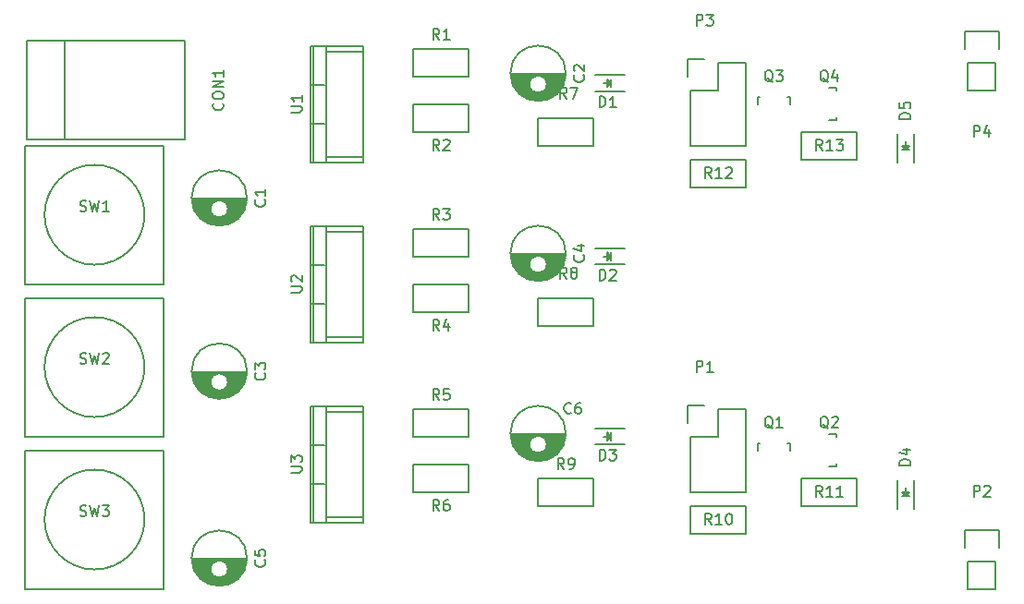
<source format=gbr>
G04 #@! TF.FileFunction,Legend,Top*
%FSLAX46Y46*%
G04 Gerber Fmt 4.6, Leading zero omitted, Abs format (unit mm)*
G04 Created by KiCad (PCBNEW 4.0.2-stable) date 2016-04-17 11:37:32*
%MOMM*%
G01*
G04 APERTURE LIST*
%ADD10C,0.100000*%
%ADD11C,0.150000*%
G04 APERTURE END LIST*
D10*
D11*
X68079050Y-40640000D02*
G75*
G03X68079050Y-40640000I-4579050J0D01*
G01*
X57150000Y-34290000D02*
X69850000Y-34290000D01*
X69850000Y-34290000D02*
X69850000Y-46990000D01*
X69850000Y-46990000D02*
X57150000Y-46990000D01*
X57150000Y-46990000D02*
X57150000Y-34290000D01*
X128270000Y-33020000D02*
X133350000Y-33020000D01*
X133350000Y-33020000D02*
X133350000Y-35560000D01*
X133350000Y-35560000D02*
X128270000Y-35560000D01*
X128270000Y-35560000D02*
X128270000Y-33020000D01*
X127029160Y-29829760D02*
X126980900Y-29829760D01*
X124230180Y-30530800D02*
X124230180Y-29829760D01*
X124230180Y-29829760D02*
X124479100Y-29829760D01*
X127029160Y-29829760D02*
X127229820Y-29829760D01*
X127229820Y-29829760D02*
X127229820Y-30530800D01*
X77429000Y-39175000D02*
X72431000Y-39175000D01*
X77421000Y-39315000D02*
X75084000Y-39315000D01*
X74776000Y-39315000D02*
X72439000Y-39315000D01*
X77405000Y-39455000D02*
X75403000Y-39455000D01*
X74457000Y-39455000D02*
X72455000Y-39455000D01*
X77381000Y-39595000D02*
X75550000Y-39595000D01*
X74310000Y-39595000D02*
X72479000Y-39595000D01*
X77348000Y-39735000D02*
X75642000Y-39735000D01*
X74218000Y-39735000D02*
X72512000Y-39735000D01*
X77307000Y-39875000D02*
X75698000Y-39875000D01*
X74162000Y-39875000D02*
X72553000Y-39875000D01*
X77257000Y-40015000D02*
X75725000Y-40015000D01*
X74135000Y-40015000D02*
X72603000Y-40015000D01*
X77196000Y-40155000D02*
X75728000Y-40155000D01*
X74132000Y-40155000D02*
X72664000Y-40155000D01*
X77126000Y-40295000D02*
X75706000Y-40295000D01*
X74154000Y-40295000D02*
X72734000Y-40295000D01*
X77044000Y-40435000D02*
X75656000Y-40435000D01*
X74204000Y-40435000D02*
X72816000Y-40435000D01*
X76949000Y-40575000D02*
X75574000Y-40575000D01*
X74286000Y-40575000D02*
X72911000Y-40575000D01*
X76838000Y-40715000D02*
X75442000Y-40715000D01*
X74418000Y-40715000D02*
X73022000Y-40715000D01*
X76710000Y-40855000D02*
X75195000Y-40855000D01*
X74665000Y-40855000D02*
X73150000Y-40855000D01*
X76561000Y-40995000D02*
X73299000Y-40995000D01*
X76382000Y-41135000D02*
X73478000Y-41135000D01*
X76163000Y-41275000D02*
X73697000Y-41275000D01*
X75874000Y-41415000D02*
X73986000Y-41415000D01*
X75402000Y-41555000D02*
X74458000Y-41555000D01*
X75730000Y-40100000D02*
G75*
G03X75730000Y-40100000I-800000J0D01*
G01*
X77467500Y-39100000D02*
G75*
G03X77467500Y-39100000I-2537500J0D01*
G01*
X106639000Y-27745000D02*
X101641000Y-27745000D01*
X106631000Y-27885000D02*
X104294000Y-27885000D01*
X103986000Y-27885000D02*
X101649000Y-27885000D01*
X106615000Y-28025000D02*
X104613000Y-28025000D01*
X103667000Y-28025000D02*
X101665000Y-28025000D01*
X106591000Y-28165000D02*
X104760000Y-28165000D01*
X103520000Y-28165000D02*
X101689000Y-28165000D01*
X106558000Y-28305000D02*
X104852000Y-28305000D01*
X103428000Y-28305000D02*
X101722000Y-28305000D01*
X106517000Y-28445000D02*
X104908000Y-28445000D01*
X103372000Y-28445000D02*
X101763000Y-28445000D01*
X106467000Y-28585000D02*
X104935000Y-28585000D01*
X103345000Y-28585000D02*
X101813000Y-28585000D01*
X106406000Y-28725000D02*
X104938000Y-28725000D01*
X103342000Y-28725000D02*
X101874000Y-28725000D01*
X106336000Y-28865000D02*
X104916000Y-28865000D01*
X103364000Y-28865000D02*
X101944000Y-28865000D01*
X106254000Y-29005000D02*
X104866000Y-29005000D01*
X103414000Y-29005000D02*
X102026000Y-29005000D01*
X106159000Y-29145000D02*
X104784000Y-29145000D01*
X103496000Y-29145000D02*
X102121000Y-29145000D01*
X106048000Y-29285000D02*
X104652000Y-29285000D01*
X103628000Y-29285000D02*
X102232000Y-29285000D01*
X105920000Y-29425000D02*
X104405000Y-29425000D01*
X103875000Y-29425000D02*
X102360000Y-29425000D01*
X105771000Y-29565000D02*
X102509000Y-29565000D01*
X105592000Y-29705000D02*
X102688000Y-29705000D01*
X105373000Y-29845000D02*
X102907000Y-29845000D01*
X105084000Y-29985000D02*
X103196000Y-29985000D01*
X104612000Y-30125000D02*
X103668000Y-30125000D01*
X104940000Y-28670000D02*
G75*
G03X104940000Y-28670000I-800000J0D01*
G01*
X106677500Y-27670000D02*
G75*
G03X106677500Y-27670000I-2537500J0D01*
G01*
X77429000Y-55050000D02*
X72431000Y-55050000D01*
X77421000Y-55190000D02*
X75084000Y-55190000D01*
X74776000Y-55190000D02*
X72439000Y-55190000D01*
X77405000Y-55330000D02*
X75403000Y-55330000D01*
X74457000Y-55330000D02*
X72455000Y-55330000D01*
X77381000Y-55470000D02*
X75550000Y-55470000D01*
X74310000Y-55470000D02*
X72479000Y-55470000D01*
X77348000Y-55610000D02*
X75642000Y-55610000D01*
X74218000Y-55610000D02*
X72512000Y-55610000D01*
X77307000Y-55750000D02*
X75698000Y-55750000D01*
X74162000Y-55750000D02*
X72553000Y-55750000D01*
X77257000Y-55890000D02*
X75725000Y-55890000D01*
X74135000Y-55890000D02*
X72603000Y-55890000D01*
X77196000Y-56030000D02*
X75728000Y-56030000D01*
X74132000Y-56030000D02*
X72664000Y-56030000D01*
X77126000Y-56170000D02*
X75706000Y-56170000D01*
X74154000Y-56170000D02*
X72734000Y-56170000D01*
X77044000Y-56310000D02*
X75656000Y-56310000D01*
X74204000Y-56310000D02*
X72816000Y-56310000D01*
X76949000Y-56450000D02*
X75574000Y-56450000D01*
X74286000Y-56450000D02*
X72911000Y-56450000D01*
X76838000Y-56590000D02*
X75442000Y-56590000D01*
X74418000Y-56590000D02*
X73022000Y-56590000D01*
X76710000Y-56730000D02*
X75195000Y-56730000D01*
X74665000Y-56730000D02*
X73150000Y-56730000D01*
X76561000Y-56870000D02*
X73299000Y-56870000D01*
X76382000Y-57010000D02*
X73478000Y-57010000D01*
X76163000Y-57150000D02*
X73697000Y-57150000D01*
X75874000Y-57290000D02*
X73986000Y-57290000D01*
X75402000Y-57430000D02*
X74458000Y-57430000D01*
X75730000Y-55975000D02*
G75*
G03X75730000Y-55975000I-800000J0D01*
G01*
X77467500Y-54975000D02*
G75*
G03X77467500Y-54975000I-2537500J0D01*
G01*
X106639000Y-44255000D02*
X101641000Y-44255000D01*
X106631000Y-44395000D02*
X104294000Y-44395000D01*
X103986000Y-44395000D02*
X101649000Y-44395000D01*
X106615000Y-44535000D02*
X104613000Y-44535000D01*
X103667000Y-44535000D02*
X101665000Y-44535000D01*
X106591000Y-44675000D02*
X104760000Y-44675000D01*
X103520000Y-44675000D02*
X101689000Y-44675000D01*
X106558000Y-44815000D02*
X104852000Y-44815000D01*
X103428000Y-44815000D02*
X101722000Y-44815000D01*
X106517000Y-44955000D02*
X104908000Y-44955000D01*
X103372000Y-44955000D02*
X101763000Y-44955000D01*
X106467000Y-45095000D02*
X104935000Y-45095000D01*
X103345000Y-45095000D02*
X101813000Y-45095000D01*
X106406000Y-45235000D02*
X104938000Y-45235000D01*
X103342000Y-45235000D02*
X101874000Y-45235000D01*
X106336000Y-45375000D02*
X104916000Y-45375000D01*
X103364000Y-45375000D02*
X101944000Y-45375000D01*
X106254000Y-45515000D02*
X104866000Y-45515000D01*
X103414000Y-45515000D02*
X102026000Y-45515000D01*
X106159000Y-45655000D02*
X104784000Y-45655000D01*
X103496000Y-45655000D02*
X102121000Y-45655000D01*
X106048000Y-45795000D02*
X104652000Y-45795000D01*
X103628000Y-45795000D02*
X102232000Y-45795000D01*
X105920000Y-45935000D02*
X104405000Y-45935000D01*
X103875000Y-45935000D02*
X102360000Y-45935000D01*
X105771000Y-46075000D02*
X102509000Y-46075000D01*
X105592000Y-46215000D02*
X102688000Y-46215000D01*
X105373000Y-46355000D02*
X102907000Y-46355000D01*
X105084000Y-46495000D02*
X103196000Y-46495000D01*
X104612000Y-46635000D02*
X103668000Y-46635000D01*
X104940000Y-45180000D02*
G75*
G03X104940000Y-45180000I-800000J0D01*
G01*
X106677500Y-44180000D02*
G75*
G03X106677500Y-44180000I-2537500J0D01*
G01*
X77429000Y-72195000D02*
X72431000Y-72195000D01*
X77421000Y-72335000D02*
X75084000Y-72335000D01*
X74776000Y-72335000D02*
X72439000Y-72335000D01*
X77405000Y-72475000D02*
X75403000Y-72475000D01*
X74457000Y-72475000D02*
X72455000Y-72475000D01*
X77381000Y-72615000D02*
X75550000Y-72615000D01*
X74310000Y-72615000D02*
X72479000Y-72615000D01*
X77348000Y-72755000D02*
X75642000Y-72755000D01*
X74218000Y-72755000D02*
X72512000Y-72755000D01*
X77307000Y-72895000D02*
X75698000Y-72895000D01*
X74162000Y-72895000D02*
X72553000Y-72895000D01*
X77257000Y-73035000D02*
X75725000Y-73035000D01*
X74135000Y-73035000D02*
X72603000Y-73035000D01*
X77196000Y-73175000D02*
X75728000Y-73175000D01*
X74132000Y-73175000D02*
X72664000Y-73175000D01*
X77126000Y-73315000D02*
X75706000Y-73315000D01*
X74154000Y-73315000D02*
X72734000Y-73315000D01*
X77044000Y-73455000D02*
X75656000Y-73455000D01*
X74204000Y-73455000D02*
X72816000Y-73455000D01*
X76949000Y-73595000D02*
X75574000Y-73595000D01*
X74286000Y-73595000D02*
X72911000Y-73595000D01*
X76838000Y-73735000D02*
X75442000Y-73735000D01*
X74418000Y-73735000D02*
X73022000Y-73735000D01*
X76710000Y-73875000D02*
X75195000Y-73875000D01*
X74665000Y-73875000D02*
X73150000Y-73875000D01*
X76561000Y-74015000D02*
X73299000Y-74015000D01*
X76382000Y-74155000D02*
X73478000Y-74155000D01*
X76163000Y-74295000D02*
X73697000Y-74295000D01*
X75874000Y-74435000D02*
X73986000Y-74435000D01*
X75402000Y-74575000D02*
X74458000Y-74575000D01*
X75730000Y-73120000D02*
G75*
G03X75730000Y-73120000I-800000J0D01*
G01*
X77467500Y-72120000D02*
G75*
G03X77467500Y-72120000I-2537500J0D01*
G01*
X106639000Y-60765000D02*
X101641000Y-60765000D01*
X106631000Y-60905000D02*
X104294000Y-60905000D01*
X103986000Y-60905000D02*
X101649000Y-60905000D01*
X106615000Y-61045000D02*
X104613000Y-61045000D01*
X103667000Y-61045000D02*
X101665000Y-61045000D01*
X106591000Y-61185000D02*
X104760000Y-61185000D01*
X103520000Y-61185000D02*
X101689000Y-61185000D01*
X106558000Y-61325000D02*
X104852000Y-61325000D01*
X103428000Y-61325000D02*
X101722000Y-61325000D01*
X106517000Y-61465000D02*
X104908000Y-61465000D01*
X103372000Y-61465000D02*
X101763000Y-61465000D01*
X106467000Y-61605000D02*
X104935000Y-61605000D01*
X103345000Y-61605000D02*
X101813000Y-61605000D01*
X106406000Y-61745000D02*
X104938000Y-61745000D01*
X103342000Y-61745000D02*
X101874000Y-61745000D01*
X106336000Y-61885000D02*
X104916000Y-61885000D01*
X103364000Y-61885000D02*
X101944000Y-61885000D01*
X106254000Y-62025000D02*
X104866000Y-62025000D01*
X103414000Y-62025000D02*
X102026000Y-62025000D01*
X106159000Y-62165000D02*
X104784000Y-62165000D01*
X103496000Y-62165000D02*
X102121000Y-62165000D01*
X106048000Y-62305000D02*
X104652000Y-62305000D01*
X103628000Y-62305000D02*
X102232000Y-62305000D01*
X105920000Y-62445000D02*
X104405000Y-62445000D01*
X103875000Y-62445000D02*
X102360000Y-62445000D01*
X105771000Y-62585000D02*
X102509000Y-62585000D01*
X105592000Y-62725000D02*
X102688000Y-62725000D01*
X105373000Y-62865000D02*
X102907000Y-62865000D01*
X105084000Y-63005000D02*
X103196000Y-63005000D01*
X104612000Y-63145000D02*
X103668000Y-63145000D01*
X104940000Y-61690000D02*
G75*
G03X104940000Y-61690000I-800000J0D01*
G01*
X106677500Y-60690000D02*
G75*
G03X106677500Y-60690000I-2537500J0D01*
G01*
X60769500Y-24709120D02*
X60769500Y-33710880D01*
X57269380Y-24709120D02*
X57269380Y-33710880D01*
X57269380Y-33710880D02*
X71770240Y-33710880D01*
X71770240Y-33710880D02*
X71770240Y-24709120D01*
X71770240Y-24709120D02*
X57269380Y-24709120D01*
X112090000Y-27825000D02*
X109390000Y-27825000D01*
X112090000Y-29325000D02*
X109390000Y-29325000D01*
X110590000Y-28425000D02*
X110590000Y-28675000D01*
X110590000Y-28675000D02*
X110740000Y-28525000D01*
X110840000Y-28925000D02*
X110840000Y-28225000D01*
X110490000Y-28575000D02*
X110140000Y-28575000D01*
X110840000Y-28575000D02*
X110490000Y-28925000D01*
X110490000Y-28925000D02*
X110490000Y-28225000D01*
X110490000Y-28225000D02*
X110840000Y-28575000D01*
X112090000Y-43700000D02*
X109390000Y-43700000D01*
X112090000Y-45200000D02*
X109390000Y-45200000D01*
X110590000Y-44300000D02*
X110590000Y-44550000D01*
X110590000Y-44550000D02*
X110740000Y-44400000D01*
X110840000Y-44800000D02*
X110840000Y-44100000D01*
X110490000Y-44450000D02*
X110140000Y-44450000D01*
X110840000Y-44450000D02*
X110490000Y-44800000D01*
X110490000Y-44800000D02*
X110490000Y-44100000D01*
X110490000Y-44100000D02*
X110840000Y-44450000D01*
X112090000Y-60210000D02*
X109390000Y-60210000D01*
X112090000Y-61710000D02*
X109390000Y-61710000D01*
X110590000Y-60810000D02*
X110590000Y-61060000D01*
X110590000Y-61060000D02*
X110740000Y-60910000D01*
X110840000Y-61310000D02*
X110840000Y-60610000D01*
X110490000Y-60960000D02*
X110140000Y-60960000D01*
X110840000Y-60960000D02*
X110490000Y-61310000D01*
X110490000Y-61310000D02*
X110490000Y-60610000D01*
X110490000Y-60610000D02*
X110840000Y-60960000D01*
X138545000Y-67640000D02*
X138545000Y-64940000D01*
X137045000Y-67640000D02*
X137045000Y-64940000D01*
X137945000Y-66140000D02*
X137695000Y-66140000D01*
X137695000Y-66140000D02*
X137845000Y-66290000D01*
X137445000Y-66390000D02*
X138145000Y-66390000D01*
X137795000Y-66040000D02*
X137795000Y-65690000D01*
X137795000Y-66390000D02*
X137445000Y-66040000D01*
X137445000Y-66040000D02*
X138145000Y-66040000D01*
X138145000Y-66040000D02*
X137795000Y-66390000D01*
X138545000Y-35890000D02*
X138545000Y-33190000D01*
X137045000Y-35890000D02*
X137045000Y-33190000D01*
X137945000Y-34390000D02*
X137695000Y-34390000D01*
X137695000Y-34390000D02*
X137845000Y-34540000D01*
X137445000Y-34640000D02*
X138145000Y-34640000D01*
X137795000Y-34290000D02*
X137795000Y-33940000D01*
X137795000Y-34640000D02*
X137445000Y-34290000D01*
X137445000Y-34290000D02*
X138145000Y-34290000D01*
X138145000Y-34290000D02*
X137795000Y-34640000D01*
X118110000Y-60960000D02*
X118110000Y-66040000D01*
X117830000Y-58140000D02*
X119380000Y-58140000D01*
X120650000Y-58420000D02*
X120650000Y-60960000D01*
X120650000Y-60960000D02*
X118110000Y-60960000D01*
X118110000Y-66040000D02*
X123190000Y-66040000D01*
X123190000Y-66040000D02*
X123190000Y-60960000D01*
X117830000Y-58140000D02*
X117830000Y-59690000D01*
X123190000Y-58420000D02*
X120650000Y-58420000D01*
X123190000Y-60960000D02*
X123190000Y-58420000D01*
X146050000Y-72390000D02*
X146050000Y-74930000D01*
X146330000Y-69570000D02*
X146330000Y-71120000D01*
X146050000Y-72390000D02*
X143510000Y-72390000D01*
X143230000Y-71120000D02*
X143230000Y-69570000D01*
X143230000Y-69570000D02*
X146330000Y-69570000D01*
X143510000Y-72390000D02*
X143510000Y-74930000D01*
X143510000Y-74930000D02*
X146050000Y-74930000D01*
X118110000Y-29210000D02*
X118110000Y-34290000D01*
X117830000Y-26390000D02*
X119380000Y-26390000D01*
X120650000Y-26670000D02*
X120650000Y-29210000D01*
X120650000Y-29210000D02*
X118110000Y-29210000D01*
X118110000Y-34290000D02*
X123190000Y-34290000D01*
X123190000Y-34290000D02*
X123190000Y-29210000D01*
X117830000Y-26390000D02*
X117830000Y-27940000D01*
X123190000Y-26670000D02*
X120650000Y-26670000D01*
X123190000Y-29210000D02*
X123190000Y-26670000D01*
X146050000Y-26670000D02*
X146050000Y-29210000D01*
X146330000Y-23850000D02*
X146330000Y-25400000D01*
X146050000Y-26670000D02*
X143510000Y-26670000D01*
X143230000Y-25400000D02*
X143230000Y-23850000D01*
X143230000Y-23850000D02*
X146330000Y-23850000D01*
X143510000Y-26670000D02*
X143510000Y-29210000D01*
X143510000Y-29210000D02*
X146050000Y-29210000D01*
X127029160Y-61579760D02*
X126980900Y-61579760D01*
X124230180Y-62280800D02*
X124230180Y-61579760D01*
X124230180Y-61579760D02*
X124479100Y-61579760D01*
X127029160Y-61579760D02*
X127229820Y-61579760D01*
X127229820Y-61579760D02*
X127229820Y-62280800D01*
X131460240Y-63529160D02*
X131460240Y-63480900D01*
X130759200Y-60730180D02*
X131460240Y-60730180D01*
X131460240Y-60730180D02*
X131460240Y-60979100D01*
X131460240Y-63529160D02*
X131460240Y-63729820D01*
X131460240Y-63729820D02*
X130759200Y-63729820D01*
X131460240Y-31779160D02*
X131460240Y-31730900D01*
X130759200Y-28980180D02*
X131460240Y-28980180D01*
X131460240Y-28980180D02*
X131460240Y-29229100D01*
X131460240Y-31779160D02*
X131460240Y-31979820D01*
X131460240Y-31979820D02*
X130759200Y-31979820D01*
X92710000Y-25400000D02*
X97790000Y-25400000D01*
X97790000Y-25400000D02*
X97790000Y-27940000D01*
X97790000Y-27940000D02*
X92710000Y-27940000D01*
X92710000Y-27940000D02*
X92710000Y-25400000D01*
X97790000Y-33020000D02*
X92710000Y-33020000D01*
X92710000Y-33020000D02*
X92710000Y-30480000D01*
X92710000Y-30480000D02*
X97790000Y-30480000D01*
X97790000Y-30480000D02*
X97790000Y-33020000D01*
X92710000Y-41910000D02*
X97790000Y-41910000D01*
X97790000Y-41910000D02*
X97790000Y-44450000D01*
X97790000Y-44450000D02*
X92710000Y-44450000D01*
X92710000Y-44450000D02*
X92710000Y-41910000D01*
X97790000Y-49530000D02*
X92710000Y-49530000D01*
X92710000Y-49530000D02*
X92710000Y-46990000D01*
X92710000Y-46990000D02*
X97790000Y-46990000D01*
X97790000Y-46990000D02*
X97790000Y-49530000D01*
X92710000Y-58420000D02*
X97790000Y-58420000D01*
X97790000Y-58420000D02*
X97790000Y-60960000D01*
X97790000Y-60960000D02*
X92710000Y-60960000D01*
X92710000Y-60960000D02*
X92710000Y-58420000D01*
X97790000Y-66040000D02*
X92710000Y-66040000D01*
X92710000Y-66040000D02*
X92710000Y-63500000D01*
X92710000Y-63500000D02*
X97790000Y-63500000D01*
X97790000Y-63500000D02*
X97790000Y-66040000D01*
X104140000Y-31750000D02*
X109220000Y-31750000D01*
X109220000Y-31750000D02*
X109220000Y-34290000D01*
X109220000Y-34290000D02*
X104140000Y-34290000D01*
X104140000Y-34290000D02*
X104140000Y-31750000D01*
X104140000Y-48260000D02*
X109220000Y-48260000D01*
X109220000Y-48260000D02*
X109220000Y-50800000D01*
X109220000Y-50800000D02*
X104140000Y-50800000D01*
X104140000Y-50800000D02*
X104140000Y-48260000D01*
X104140000Y-64770000D02*
X109220000Y-64770000D01*
X109220000Y-64770000D02*
X109220000Y-67310000D01*
X109220000Y-67310000D02*
X104140000Y-67310000D01*
X104140000Y-67310000D02*
X104140000Y-64770000D01*
X118110000Y-67310000D02*
X123190000Y-67310000D01*
X123190000Y-67310000D02*
X123190000Y-69850000D01*
X123190000Y-69850000D02*
X118110000Y-69850000D01*
X118110000Y-69850000D02*
X118110000Y-67310000D01*
X128270000Y-64770000D02*
X133350000Y-64770000D01*
X133350000Y-64770000D02*
X133350000Y-67310000D01*
X133350000Y-67310000D02*
X128270000Y-67310000D01*
X128270000Y-67310000D02*
X128270000Y-64770000D01*
X123190000Y-38100000D02*
X118110000Y-38100000D01*
X118110000Y-38100000D02*
X118110000Y-35560000D01*
X118110000Y-35560000D02*
X123190000Y-35560000D01*
X123190000Y-35560000D02*
X123190000Y-38100000D01*
X68079050Y-54610000D02*
G75*
G03X68079050Y-54610000I-4579050J0D01*
G01*
X57150000Y-48260000D02*
X69850000Y-48260000D01*
X69850000Y-48260000D02*
X69850000Y-60960000D01*
X69850000Y-60960000D02*
X57150000Y-60960000D01*
X57150000Y-60960000D02*
X57150000Y-48260000D01*
X68079050Y-68580000D02*
G75*
G03X68079050Y-68580000I-4579050J0D01*
G01*
X57150000Y-62230000D02*
X69850000Y-62230000D01*
X69850000Y-62230000D02*
X69850000Y-74930000D01*
X69850000Y-74930000D02*
X57150000Y-74930000D01*
X57150000Y-74930000D02*
X57150000Y-62230000D01*
X84709000Y-25654000D02*
X88138000Y-25654000D01*
X84709000Y-35306000D02*
X88138000Y-35306000D01*
X83566000Y-25146000D02*
X83566000Y-35814000D01*
X84582000Y-28702000D02*
X83312000Y-28702000D01*
X84582000Y-32258000D02*
X83312000Y-32258000D01*
X84709000Y-35814000D02*
X84709000Y-25146000D01*
X88138000Y-25146000D02*
X88138000Y-35814000D01*
X83312000Y-35814000D02*
X88138000Y-35814000D01*
X83312000Y-25146000D02*
X88138000Y-25146000D01*
X83312000Y-25146000D02*
X83312000Y-35814000D01*
X84709000Y-42164000D02*
X88138000Y-42164000D01*
X84709000Y-51816000D02*
X88138000Y-51816000D01*
X83566000Y-41656000D02*
X83566000Y-52324000D01*
X84582000Y-45212000D02*
X83312000Y-45212000D01*
X84582000Y-48768000D02*
X83312000Y-48768000D01*
X84709000Y-52324000D02*
X84709000Y-41656000D01*
X88138000Y-41656000D02*
X88138000Y-52324000D01*
X83312000Y-52324000D02*
X88138000Y-52324000D01*
X83312000Y-41656000D02*
X88138000Y-41656000D01*
X83312000Y-41656000D02*
X83312000Y-52324000D01*
X84709000Y-58674000D02*
X88138000Y-58674000D01*
X84709000Y-68326000D02*
X88138000Y-68326000D01*
X83566000Y-58166000D02*
X83566000Y-68834000D01*
X84582000Y-61722000D02*
X83312000Y-61722000D01*
X84582000Y-65278000D02*
X83312000Y-65278000D01*
X84709000Y-68834000D02*
X84709000Y-58166000D01*
X88138000Y-58166000D02*
X88138000Y-68834000D01*
X83312000Y-68834000D02*
X88138000Y-68834000D01*
X83312000Y-58166000D02*
X88138000Y-58166000D01*
X83312000Y-58166000D02*
X83312000Y-68834000D01*
X62166667Y-40282762D02*
X62309524Y-40330381D01*
X62547620Y-40330381D01*
X62642858Y-40282762D01*
X62690477Y-40235143D01*
X62738096Y-40139905D01*
X62738096Y-40044667D01*
X62690477Y-39949429D01*
X62642858Y-39901810D01*
X62547620Y-39854190D01*
X62357143Y-39806571D01*
X62261905Y-39758952D01*
X62214286Y-39711333D01*
X62166667Y-39616095D01*
X62166667Y-39520857D01*
X62214286Y-39425619D01*
X62261905Y-39378000D01*
X62357143Y-39330381D01*
X62595239Y-39330381D01*
X62738096Y-39378000D01*
X63071429Y-39330381D02*
X63309524Y-40330381D01*
X63500001Y-39616095D01*
X63690477Y-40330381D01*
X63928572Y-39330381D01*
X64833334Y-40330381D02*
X64261905Y-40330381D01*
X64547619Y-40330381D02*
X64547619Y-39330381D01*
X64452381Y-39473238D01*
X64357143Y-39568476D01*
X64261905Y-39616095D01*
X130167143Y-34742381D02*
X129833809Y-34266190D01*
X129595714Y-34742381D02*
X129595714Y-33742381D01*
X129976667Y-33742381D01*
X130071905Y-33790000D01*
X130119524Y-33837619D01*
X130167143Y-33932857D01*
X130167143Y-34075714D01*
X130119524Y-34170952D01*
X130071905Y-34218571D01*
X129976667Y-34266190D01*
X129595714Y-34266190D01*
X131119524Y-34742381D02*
X130548095Y-34742381D01*
X130833809Y-34742381D02*
X130833809Y-33742381D01*
X130738571Y-33885238D01*
X130643333Y-33980476D01*
X130548095Y-34028095D01*
X131452857Y-33742381D02*
X132071905Y-33742381D01*
X131738571Y-34123333D01*
X131881429Y-34123333D01*
X131976667Y-34170952D01*
X132024286Y-34218571D01*
X132071905Y-34313810D01*
X132071905Y-34551905D01*
X132024286Y-34647143D01*
X131976667Y-34694762D01*
X131881429Y-34742381D01*
X131595714Y-34742381D01*
X131500476Y-34694762D01*
X131452857Y-34647143D01*
X125634762Y-28487619D02*
X125539524Y-28440000D01*
X125444286Y-28344762D01*
X125301429Y-28201905D01*
X125206190Y-28154286D01*
X125110952Y-28154286D01*
X125158571Y-28392381D02*
X125063333Y-28344762D01*
X124968095Y-28249524D01*
X124920476Y-28059048D01*
X124920476Y-27725714D01*
X124968095Y-27535238D01*
X125063333Y-27440000D01*
X125158571Y-27392381D01*
X125349048Y-27392381D01*
X125444286Y-27440000D01*
X125539524Y-27535238D01*
X125587143Y-27725714D01*
X125587143Y-28059048D01*
X125539524Y-28249524D01*
X125444286Y-28344762D01*
X125349048Y-28392381D01*
X125158571Y-28392381D01*
X125920476Y-27392381D02*
X126539524Y-27392381D01*
X126206190Y-27773333D01*
X126349048Y-27773333D01*
X126444286Y-27820952D01*
X126491905Y-27868571D01*
X126539524Y-27963810D01*
X126539524Y-28201905D01*
X126491905Y-28297143D01*
X126444286Y-28344762D01*
X126349048Y-28392381D01*
X126063333Y-28392381D01*
X125968095Y-28344762D01*
X125920476Y-28297143D01*
X79087143Y-39266666D02*
X79134762Y-39314285D01*
X79182381Y-39457142D01*
X79182381Y-39552380D01*
X79134762Y-39695238D01*
X79039524Y-39790476D01*
X78944286Y-39838095D01*
X78753810Y-39885714D01*
X78610952Y-39885714D01*
X78420476Y-39838095D01*
X78325238Y-39790476D01*
X78230000Y-39695238D01*
X78182381Y-39552380D01*
X78182381Y-39457142D01*
X78230000Y-39314285D01*
X78277619Y-39266666D01*
X79182381Y-38314285D02*
X79182381Y-38885714D01*
X79182381Y-38600000D02*
X78182381Y-38600000D01*
X78325238Y-38695238D01*
X78420476Y-38790476D01*
X78468095Y-38885714D01*
X108297143Y-27836666D02*
X108344762Y-27884285D01*
X108392381Y-28027142D01*
X108392381Y-28122380D01*
X108344762Y-28265238D01*
X108249524Y-28360476D01*
X108154286Y-28408095D01*
X107963810Y-28455714D01*
X107820952Y-28455714D01*
X107630476Y-28408095D01*
X107535238Y-28360476D01*
X107440000Y-28265238D01*
X107392381Y-28122380D01*
X107392381Y-28027142D01*
X107440000Y-27884285D01*
X107487619Y-27836666D01*
X107487619Y-27455714D02*
X107440000Y-27408095D01*
X107392381Y-27312857D01*
X107392381Y-27074761D01*
X107440000Y-26979523D01*
X107487619Y-26931904D01*
X107582857Y-26884285D01*
X107678095Y-26884285D01*
X107820952Y-26931904D01*
X108392381Y-27503333D01*
X108392381Y-26884285D01*
X79087143Y-55141666D02*
X79134762Y-55189285D01*
X79182381Y-55332142D01*
X79182381Y-55427380D01*
X79134762Y-55570238D01*
X79039524Y-55665476D01*
X78944286Y-55713095D01*
X78753810Y-55760714D01*
X78610952Y-55760714D01*
X78420476Y-55713095D01*
X78325238Y-55665476D01*
X78230000Y-55570238D01*
X78182381Y-55427380D01*
X78182381Y-55332142D01*
X78230000Y-55189285D01*
X78277619Y-55141666D01*
X78182381Y-54808333D02*
X78182381Y-54189285D01*
X78563333Y-54522619D01*
X78563333Y-54379761D01*
X78610952Y-54284523D01*
X78658571Y-54236904D01*
X78753810Y-54189285D01*
X78991905Y-54189285D01*
X79087143Y-54236904D01*
X79134762Y-54284523D01*
X79182381Y-54379761D01*
X79182381Y-54665476D01*
X79134762Y-54760714D01*
X79087143Y-54808333D01*
X108297143Y-44346666D02*
X108344762Y-44394285D01*
X108392381Y-44537142D01*
X108392381Y-44632380D01*
X108344762Y-44775238D01*
X108249524Y-44870476D01*
X108154286Y-44918095D01*
X107963810Y-44965714D01*
X107820952Y-44965714D01*
X107630476Y-44918095D01*
X107535238Y-44870476D01*
X107440000Y-44775238D01*
X107392381Y-44632380D01*
X107392381Y-44537142D01*
X107440000Y-44394285D01*
X107487619Y-44346666D01*
X107725714Y-43489523D02*
X108392381Y-43489523D01*
X107344762Y-43727619D02*
X108059048Y-43965714D01*
X108059048Y-43346666D01*
X79087143Y-72286666D02*
X79134762Y-72334285D01*
X79182381Y-72477142D01*
X79182381Y-72572380D01*
X79134762Y-72715238D01*
X79039524Y-72810476D01*
X78944286Y-72858095D01*
X78753810Y-72905714D01*
X78610952Y-72905714D01*
X78420476Y-72858095D01*
X78325238Y-72810476D01*
X78230000Y-72715238D01*
X78182381Y-72572380D01*
X78182381Y-72477142D01*
X78230000Y-72334285D01*
X78277619Y-72286666D01*
X78182381Y-71381904D02*
X78182381Y-71858095D01*
X78658571Y-71905714D01*
X78610952Y-71858095D01*
X78563333Y-71762857D01*
X78563333Y-71524761D01*
X78610952Y-71429523D01*
X78658571Y-71381904D01*
X78753810Y-71334285D01*
X78991905Y-71334285D01*
X79087143Y-71381904D01*
X79134762Y-71429523D01*
X79182381Y-71524761D01*
X79182381Y-71762857D01*
X79134762Y-71858095D01*
X79087143Y-71905714D01*
X107148334Y-58777143D02*
X107100715Y-58824762D01*
X106957858Y-58872381D01*
X106862620Y-58872381D01*
X106719762Y-58824762D01*
X106624524Y-58729524D01*
X106576905Y-58634286D01*
X106529286Y-58443810D01*
X106529286Y-58300952D01*
X106576905Y-58110476D01*
X106624524Y-58015238D01*
X106719762Y-57920000D01*
X106862620Y-57872381D01*
X106957858Y-57872381D01*
X107100715Y-57920000D01*
X107148334Y-57967619D01*
X108005477Y-57872381D02*
X107815000Y-57872381D01*
X107719762Y-57920000D01*
X107672143Y-57967619D01*
X107576905Y-58110476D01*
X107529286Y-58300952D01*
X107529286Y-58681905D01*
X107576905Y-58777143D01*
X107624524Y-58824762D01*
X107719762Y-58872381D01*
X107910239Y-58872381D01*
X108005477Y-58824762D01*
X108053096Y-58777143D01*
X108100715Y-58681905D01*
X108100715Y-58443810D01*
X108053096Y-58348571D01*
X108005477Y-58300952D01*
X107910239Y-58253333D01*
X107719762Y-58253333D01*
X107624524Y-58300952D01*
X107576905Y-58348571D01*
X107529286Y-58443810D01*
X75226183Y-30424285D02*
X75273802Y-30471904D01*
X75321421Y-30614761D01*
X75321421Y-30709999D01*
X75273802Y-30852857D01*
X75178564Y-30948095D01*
X75083326Y-30995714D01*
X74892850Y-31043333D01*
X74749992Y-31043333D01*
X74559516Y-30995714D01*
X74464278Y-30948095D01*
X74369040Y-30852857D01*
X74321421Y-30709999D01*
X74321421Y-30614761D01*
X74369040Y-30471904D01*
X74416659Y-30424285D01*
X74321421Y-29805238D02*
X74321421Y-29614761D01*
X74369040Y-29519523D01*
X74464278Y-29424285D01*
X74654754Y-29376666D01*
X74988088Y-29376666D01*
X75178564Y-29424285D01*
X75273802Y-29519523D01*
X75321421Y-29614761D01*
X75321421Y-29805238D01*
X75273802Y-29900476D01*
X75178564Y-29995714D01*
X74988088Y-30043333D01*
X74654754Y-30043333D01*
X74464278Y-29995714D01*
X74369040Y-29900476D01*
X74321421Y-29805238D01*
X75321421Y-28948095D02*
X74321421Y-28948095D01*
X75321421Y-28376666D01*
X74321421Y-28376666D01*
X75321421Y-27376666D02*
X75321421Y-27948095D01*
X75321421Y-27662381D02*
X74321421Y-27662381D01*
X74464278Y-27757619D01*
X74559516Y-27852857D01*
X74607135Y-27948095D01*
X109751905Y-30777381D02*
X109751905Y-29777381D01*
X109990000Y-29777381D01*
X110132858Y-29825000D01*
X110228096Y-29920238D01*
X110275715Y-30015476D01*
X110323334Y-30205952D01*
X110323334Y-30348810D01*
X110275715Y-30539286D01*
X110228096Y-30634524D01*
X110132858Y-30729762D01*
X109990000Y-30777381D01*
X109751905Y-30777381D01*
X111275715Y-30777381D02*
X110704286Y-30777381D01*
X110990000Y-30777381D02*
X110990000Y-29777381D01*
X110894762Y-29920238D01*
X110799524Y-30015476D01*
X110704286Y-30063095D01*
X109751905Y-46652381D02*
X109751905Y-45652381D01*
X109990000Y-45652381D01*
X110132858Y-45700000D01*
X110228096Y-45795238D01*
X110275715Y-45890476D01*
X110323334Y-46080952D01*
X110323334Y-46223810D01*
X110275715Y-46414286D01*
X110228096Y-46509524D01*
X110132858Y-46604762D01*
X109990000Y-46652381D01*
X109751905Y-46652381D01*
X110704286Y-45747619D02*
X110751905Y-45700000D01*
X110847143Y-45652381D01*
X111085239Y-45652381D01*
X111180477Y-45700000D01*
X111228096Y-45747619D01*
X111275715Y-45842857D01*
X111275715Y-45938095D01*
X111228096Y-46080952D01*
X110656667Y-46652381D01*
X111275715Y-46652381D01*
X109751905Y-63162381D02*
X109751905Y-62162381D01*
X109990000Y-62162381D01*
X110132858Y-62210000D01*
X110228096Y-62305238D01*
X110275715Y-62400476D01*
X110323334Y-62590952D01*
X110323334Y-62733810D01*
X110275715Y-62924286D01*
X110228096Y-63019524D01*
X110132858Y-63114762D01*
X109990000Y-63162381D01*
X109751905Y-63162381D01*
X110656667Y-62162381D02*
X111275715Y-62162381D01*
X110942381Y-62543333D01*
X111085239Y-62543333D01*
X111180477Y-62590952D01*
X111228096Y-62638571D01*
X111275715Y-62733810D01*
X111275715Y-62971905D01*
X111228096Y-63067143D01*
X111180477Y-63114762D01*
X111085239Y-63162381D01*
X110799524Y-63162381D01*
X110704286Y-63114762D01*
X110656667Y-63067143D01*
X138247381Y-63603095D02*
X137247381Y-63603095D01*
X137247381Y-63365000D01*
X137295000Y-63222142D01*
X137390238Y-63126904D01*
X137485476Y-63079285D01*
X137675952Y-63031666D01*
X137818810Y-63031666D01*
X138009286Y-63079285D01*
X138104524Y-63126904D01*
X138199762Y-63222142D01*
X138247381Y-63365000D01*
X138247381Y-63603095D01*
X137580714Y-62174523D02*
X138247381Y-62174523D01*
X137199762Y-62412619D02*
X137914048Y-62650714D01*
X137914048Y-62031666D01*
X138247381Y-31853095D02*
X137247381Y-31853095D01*
X137247381Y-31615000D01*
X137295000Y-31472142D01*
X137390238Y-31376904D01*
X137485476Y-31329285D01*
X137675952Y-31281666D01*
X137818810Y-31281666D01*
X138009286Y-31329285D01*
X138104524Y-31376904D01*
X138199762Y-31472142D01*
X138247381Y-31615000D01*
X138247381Y-31853095D01*
X137247381Y-30376904D02*
X137247381Y-30853095D01*
X137723571Y-30900714D01*
X137675952Y-30853095D01*
X137628333Y-30757857D01*
X137628333Y-30519761D01*
X137675952Y-30424523D01*
X137723571Y-30376904D01*
X137818810Y-30329285D01*
X138056905Y-30329285D01*
X138152143Y-30376904D01*
X138199762Y-30424523D01*
X138247381Y-30519761D01*
X138247381Y-30757857D01*
X138199762Y-30853095D01*
X138152143Y-30900714D01*
X118641905Y-55042381D02*
X118641905Y-54042381D01*
X119022858Y-54042381D01*
X119118096Y-54090000D01*
X119165715Y-54137619D01*
X119213334Y-54232857D01*
X119213334Y-54375714D01*
X119165715Y-54470952D01*
X119118096Y-54518571D01*
X119022858Y-54566190D01*
X118641905Y-54566190D01*
X120165715Y-55042381D02*
X119594286Y-55042381D01*
X119880000Y-55042381D02*
X119880000Y-54042381D01*
X119784762Y-54185238D01*
X119689524Y-54280476D01*
X119594286Y-54328095D01*
X144041905Y-66472381D02*
X144041905Y-65472381D01*
X144422858Y-65472381D01*
X144518096Y-65520000D01*
X144565715Y-65567619D01*
X144613334Y-65662857D01*
X144613334Y-65805714D01*
X144565715Y-65900952D01*
X144518096Y-65948571D01*
X144422858Y-65996190D01*
X144041905Y-65996190D01*
X144994286Y-65567619D02*
X145041905Y-65520000D01*
X145137143Y-65472381D01*
X145375239Y-65472381D01*
X145470477Y-65520000D01*
X145518096Y-65567619D01*
X145565715Y-65662857D01*
X145565715Y-65758095D01*
X145518096Y-65900952D01*
X144946667Y-66472381D01*
X145565715Y-66472381D01*
X118641905Y-23292381D02*
X118641905Y-22292381D01*
X119022858Y-22292381D01*
X119118096Y-22340000D01*
X119165715Y-22387619D01*
X119213334Y-22482857D01*
X119213334Y-22625714D01*
X119165715Y-22720952D01*
X119118096Y-22768571D01*
X119022858Y-22816190D01*
X118641905Y-22816190D01*
X119546667Y-22292381D02*
X120165715Y-22292381D01*
X119832381Y-22673333D01*
X119975239Y-22673333D01*
X120070477Y-22720952D01*
X120118096Y-22768571D01*
X120165715Y-22863810D01*
X120165715Y-23101905D01*
X120118096Y-23197143D01*
X120070477Y-23244762D01*
X119975239Y-23292381D01*
X119689524Y-23292381D01*
X119594286Y-23244762D01*
X119546667Y-23197143D01*
X144041905Y-33472381D02*
X144041905Y-32472381D01*
X144422858Y-32472381D01*
X144518096Y-32520000D01*
X144565715Y-32567619D01*
X144613334Y-32662857D01*
X144613334Y-32805714D01*
X144565715Y-32900952D01*
X144518096Y-32948571D01*
X144422858Y-32996190D01*
X144041905Y-32996190D01*
X145470477Y-32805714D02*
X145470477Y-33472381D01*
X145232381Y-32424762D02*
X144994286Y-33139048D01*
X145613334Y-33139048D01*
X125634762Y-60237619D02*
X125539524Y-60190000D01*
X125444286Y-60094762D01*
X125301429Y-59951905D01*
X125206190Y-59904286D01*
X125110952Y-59904286D01*
X125158571Y-60142381D02*
X125063333Y-60094762D01*
X124968095Y-59999524D01*
X124920476Y-59809048D01*
X124920476Y-59475714D01*
X124968095Y-59285238D01*
X125063333Y-59190000D01*
X125158571Y-59142381D01*
X125349048Y-59142381D01*
X125444286Y-59190000D01*
X125539524Y-59285238D01*
X125587143Y-59475714D01*
X125587143Y-59809048D01*
X125539524Y-59999524D01*
X125444286Y-60094762D01*
X125349048Y-60142381D01*
X125158571Y-60142381D01*
X126539524Y-60142381D02*
X125968095Y-60142381D01*
X126253809Y-60142381D02*
X126253809Y-59142381D01*
X126158571Y-59285238D01*
X126063333Y-59380476D01*
X125968095Y-59428095D01*
X130714762Y-60237619D02*
X130619524Y-60190000D01*
X130524286Y-60094762D01*
X130381429Y-59951905D01*
X130286190Y-59904286D01*
X130190952Y-59904286D01*
X130238571Y-60142381D02*
X130143333Y-60094762D01*
X130048095Y-59999524D01*
X130000476Y-59809048D01*
X130000476Y-59475714D01*
X130048095Y-59285238D01*
X130143333Y-59190000D01*
X130238571Y-59142381D01*
X130429048Y-59142381D01*
X130524286Y-59190000D01*
X130619524Y-59285238D01*
X130667143Y-59475714D01*
X130667143Y-59809048D01*
X130619524Y-59999524D01*
X130524286Y-60094762D01*
X130429048Y-60142381D01*
X130238571Y-60142381D01*
X131048095Y-59237619D02*
X131095714Y-59190000D01*
X131190952Y-59142381D01*
X131429048Y-59142381D01*
X131524286Y-59190000D01*
X131571905Y-59237619D01*
X131619524Y-59332857D01*
X131619524Y-59428095D01*
X131571905Y-59570952D01*
X131000476Y-60142381D01*
X131619524Y-60142381D01*
X130714762Y-28487619D02*
X130619524Y-28440000D01*
X130524286Y-28344762D01*
X130381429Y-28201905D01*
X130286190Y-28154286D01*
X130190952Y-28154286D01*
X130238571Y-28392381D02*
X130143333Y-28344762D01*
X130048095Y-28249524D01*
X130000476Y-28059048D01*
X130000476Y-27725714D01*
X130048095Y-27535238D01*
X130143333Y-27440000D01*
X130238571Y-27392381D01*
X130429048Y-27392381D01*
X130524286Y-27440000D01*
X130619524Y-27535238D01*
X130667143Y-27725714D01*
X130667143Y-28059048D01*
X130619524Y-28249524D01*
X130524286Y-28344762D01*
X130429048Y-28392381D01*
X130238571Y-28392381D01*
X131524286Y-27725714D02*
X131524286Y-28392381D01*
X131286190Y-27344762D02*
X131048095Y-28059048D01*
X131667143Y-28059048D01*
X95083334Y-24582381D02*
X94750000Y-24106190D01*
X94511905Y-24582381D02*
X94511905Y-23582381D01*
X94892858Y-23582381D01*
X94988096Y-23630000D01*
X95035715Y-23677619D01*
X95083334Y-23772857D01*
X95083334Y-23915714D01*
X95035715Y-24010952D01*
X94988096Y-24058571D01*
X94892858Y-24106190D01*
X94511905Y-24106190D01*
X96035715Y-24582381D02*
X95464286Y-24582381D01*
X95750000Y-24582381D02*
X95750000Y-23582381D01*
X95654762Y-23725238D01*
X95559524Y-23820476D01*
X95464286Y-23868095D01*
X95083334Y-34742381D02*
X94750000Y-34266190D01*
X94511905Y-34742381D02*
X94511905Y-33742381D01*
X94892858Y-33742381D01*
X94988096Y-33790000D01*
X95035715Y-33837619D01*
X95083334Y-33932857D01*
X95083334Y-34075714D01*
X95035715Y-34170952D01*
X94988096Y-34218571D01*
X94892858Y-34266190D01*
X94511905Y-34266190D01*
X95464286Y-33837619D02*
X95511905Y-33790000D01*
X95607143Y-33742381D01*
X95845239Y-33742381D01*
X95940477Y-33790000D01*
X95988096Y-33837619D01*
X96035715Y-33932857D01*
X96035715Y-34028095D01*
X95988096Y-34170952D01*
X95416667Y-34742381D01*
X96035715Y-34742381D01*
X95083334Y-41092381D02*
X94750000Y-40616190D01*
X94511905Y-41092381D02*
X94511905Y-40092381D01*
X94892858Y-40092381D01*
X94988096Y-40140000D01*
X95035715Y-40187619D01*
X95083334Y-40282857D01*
X95083334Y-40425714D01*
X95035715Y-40520952D01*
X94988096Y-40568571D01*
X94892858Y-40616190D01*
X94511905Y-40616190D01*
X95416667Y-40092381D02*
X96035715Y-40092381D01*
X95702381Y-40473333D01*
X95845239Y-40473333D01*
X95940477Y-40520952D01*
X95988096Y-40568571D01*
X96035715Y-40663810D01*
X96035715Y-40901905D01*
X95988096Y-40997143D01*
X95940477Y-41044762D01*
X95845239Y-41092381D01*
X95559524Y-41092381D01*
X95464286Y-41044762D01*
X95416667Y-40997143D01*
X95083334Y-51252381D02*
X94750000Y-50776190D01*
X94511905Y-51252381D02*
X94511905Y-50252381D01*
X94892858Y-50252381D01*
X94988096Y-50300000D01*
X95035715Y-50347619D01*
X95083334Y-50442857D01*
X95083334Y-50585714D01*
X95035715Y-50680952D01*
X94988096Y-50728571D01*
X94892858Y-50776190D01*
X94511905Y-50776190D01*
X95940477Y-50585714D02*
X95940477Y-51252381D01*
X95702381Y-50204762D02*
X95464286Y-50919048D01*
X96083334Y-50919048D01*
X95083334Y-57602381D02*
X94750000Y-57126190D01*
X94511905Y-57602381D02*
X94511905Y-56602381D01*
X94892858Y-56602381D01*
X94988096Y-56650000D01*
X95035715Y-56697619D01*
X95083334Y-56792857D01*
X95083334Y-56935714D01*
X95035715Y-57030952D01*
X94988096Y-57078571D01*
X94892858Y-57126190D01*
X94511905Y-57126190D01*
X95988096Y-56602381D02*
X95511905Y-56602381D01*
X95464286Y-57078571D01*
X95511905Y-57030952D01*
X95607143Y-56983333D01*
X95845239Y-56983333D01*
X95940477Y-57030952D01*
X95988096Y-57078571D01*
X96035715Y-57173810D01*
X96035715Y-57411905D01*
X95988096Y-57507143D01*
X95940477Y-57554762D01*
X95845239Y-57602381D01*
X95607143Y-57602381D01*
X95511905Y-57554762D01*
X95464286Y-57507143D01*
X95083334Y-67762381D02*
X94750000Y-67286190D01*
X94511905Y-67762381D02*
X94511905Y-66762381D01*
X94892858Y-66762381D01*
X94988096Y-66810000D01*
X95035715Y-66857619D01*
X95083334Y-66952857D01*
X95083334Y-67095714D01*
X95035715Y-67190952D01*
X94988096Y-67238571D01*
X94892858Y-67286190D01*
X94511905Y-67286190D01*
X95940477Y-66762381D02*
X95750000Y-66762381D01*
X95654762Y-66810000D01*
X95607143Y-66857619D01*
X95511905Y-67000476D01*
X95464286Y-67190952D01*
X95464286Y-67571905D01*
X95511905Y-67667143D01*
X95559524Y-67714762D01*
X95654762Y-67762381D01*
X95845239Y-67762381D01*
X95940477Y-67714762D01*
X95988096Y-67667143D01*
X96035715Y-67571905D01*
X96035715Y-67333810D01*
X95988096Y-67238571D01*
X95940477Y-67190952D01*
X95845239Y-67143333D01*
X95654762Y-67143333D01*
X95559524Y-67190952D01*
X95511905Y-67238571D01*
X95464286Y-67333810D01*
X106762254Y-29972261D02*
X106428920Y-29496070D01*
X106190825Y-29972261D02*
X106190825Y-28972261D01*
X106571778Y-28972261D01*
X106667016Y-29019880D01*
X106714635Y-29067499D01*
X106762254Y-29162737D01*
X106762254Y-29305594D01*
X106714635Y-29400832D01*
X106667016Y-29448451D01*
X106571778Y-29496070D01*
X106190825Y-29496070D01*
X107095587Y-28972261D02*
X107762254Y-28972261D01*
X107333682Y-29972261D01*
X106762254Y-46482261D02*
X106428920Y-46006070D01*
X106190825Y-46482261D02*
X106190825Y-45482261D01*
X106571778Y-45482261D01*
X106667016Y-45529880D01*
X106714635Y-45577499D01*
X106762254Y-45672737D01*
X106762254Y-45815594D01*
X106714635Y-45910832D01*
X106667016Y-45958451D01*
X106571778Y-46006070D01*
X106190825Y-46006070D01*
X107333682Y-45910832D02*
X107238444Y-45863213D01*
X107190825Y-45815594D01*
X107143206Y-45720356D01*
X107143206Y-45672737D01*
X107190825Y-45577499D01*
X107238444Y-45529880D01*
X107333682Y-45482261D01*
X107524159Y-45482261D01*
X107619397Y-45529880D01*
X107667016Y-45577499D01*
X107714635Y-45672737D01*
X107714635Y-45720356D01*
X107667016Y-45815594D01*
X107619397Y-45863213D01*
X107524159Y-45910832D01*
X107333682Y-45910832D01*
X107238444Y-45958451D01*
X107190825Y-46006070D01*
X107143206Y-46101309D01*
X107143206Y-46291785D01*
X107190825Y-46387023D01*
X107238444Y-46434642D01*
X107333682Y-46482261D01*
X107524159Y-46482261D01*
X107619397Y-46434642D01*
X107667016Y-46387023D01*
X107714635Y-46291785D01*
X107714635Y-46101309D01*
X107667016Y-46006070D01*
X107619397Y-45958451D01*
X107524159Y-45910832D01*
X106513334Y-63952381D02*
X106180000Y-63476190D01*
X105941905Y-63952381D02*
X105941905Y-62952381D01*
X106322858Y-62952381D01*
X106418096Y-63000000D01*
X106465715Y-63047619D01*
X106513334Y-63142857D01*
X106513334Y-63285714D01*
X106465715Y-63380952D01*
X106418096Y-63428571D01*
X106322858Y-63476190D01*
X105941905Y-63476190D01*
X106989524Y-63952381D02*
X107180000Y-63952381D01*
X107275239Y-63904762D01*
X107322858Y-63857143D01*
X107418096Y-63714286D01*
X107465715Y-63523810D01*
X107465715Y-63142857D01*
X107418096Y-63047619D01*
X107370477Y-63000000D01*
X107275239Y-62952381D01*
X107084762Y-62952381D01*
X106989524Y-63000000D01*
X106941905Y-63047619D01*
X106894286Y-63142857D01*
X106894286Y-63380952D01*
X106941905Y-63476190D01*
X106989524Y-63523810D01*
X107084762Y-63571429D01*
X107275239Y-63571429D01*
X107370477Y-63523810D01*
X107418096Y-63476190D01*
X107465715Y-63380952D01*
X120007143Y-69032381D02*
X119673809Y-68556190D01*
X119435714Y-69032381D02*
X119435714Y-68032381D01*
X119816667Y-68032381D01*
X119911905Y-68080000D01*
X119959524Y-68127619D01*
X120007143Y-68222857D01*
X120007143Y-68365714D01*
X119959524Y-68460952D01*
X119911905Y-68508571D01*
X119816667Y-68556190D01*
X119435714Y-68556190D01*
X120959524Y-69032381D02*
X120388095Y-69032381D01*
X120673809Y-69032381D02*
X120673809Y-68032381D01*
X120578571Y-68175238D01*
X120483333Y-68270476D01*
X120388095Y-68318095D01*
X121578571Y-68032381D02*
X121673810Y-68032381D01*
X121769048Y-68080000D01*
X121816667Y-68127619D01*
X121864286Y-68222857D01*
X121911905Y-68413333D01*
X121911905Y-68651429D01*
X121864286Y-68841905D01*
X121816667Y-68937143D01*
X121769048Y-68984762D01*
X121673810Y-69032381D01*
X121578571Y-69032381D01*
X121483333Y-68984762D01*
X121435714Y-68937143D01*
X121388095Y-68841905D01*
X121340476Y-68651429D01*
X121340476Y-68413333D01*
X121388095Y-68222857D01*
X121435714Y-68127619D01*
X121483333Y-68080000D01*
X121578571Y-68032381D01*
X130167143Y-66492381D02*
X129833809Y-66016190D01*
X129595714Y-66492381D02*
X129595714Y-65492381D01*
X129976667Y-65492381D01*
X130071905Y-65540000D01*
X130119524Y-65587619D01*
X130167143Y-65682857D01*
X130167143Y-65825714D01*
X130119524Y-65920952D01*
X130071905Y-65968571D01*
X129976667Y-66016190D01*
X129595714Y-66016190D01*
X131119524Y-66492381D02*
X130548095Y-66492381D01*
X130833809Y-66492381D02*
X130833809Y-65492381D01*
X130738571Y-65635238D01*
X130643333Y-65730476D01*
X130548095Y-65778095D01*
X132071905Y-66492381D02*
X131500476Y-66492381D01*
X131786190Y-66492381D02*
X131786190Y-65492381D01*
X131690952Y-65635238D01*
X131595714Y-65730476D01*
X131500476Y-65778095D01*
X120007143Y-37282381D02*
X119673809Y-36806190D01*
X119435714Y-37282381D02*
X119435714Y-36282381D01*
X119816667Y-36282381D01*
X119911905Y-36330000D01*
X119959524Y-36377619D01*
X120007143Y-36472857D01*
X120007143Y-36615714D01*
X119959524Y-36710952D01*
X119911905Y-36758571D01*
X119816667Y-36806190D01*
X119435714Y-36806190D01*
X120959524Y-37282381D02*
X120388095Y-37282381D01*
X120673809Y-37282381D02*
X120673809Y-36282381D01*
X120578571Y-36425238D01*
X120483333Y-36520476D01*
X120388095Y-36568095D01*
X121340476Y-36377619D02*
X121388095Y-36330000D01*
X121483333Y-36282381D01*
X121721429Y-36282381D01*
X121816667Y-36330000D01*
X121864286Y-36377619D01*
X121911905Y-36472857D01*
X121911905Y-36568095D01*
X121864286Y-36710952D01*
X121292857Y-37282381D01*
X121911905Y-37282381D01*
X62166667Y-54252762D02*
X62309524Y-54300381D01*
X62547620Y-54300381D01*
X62642858Y-54252762D01*
X62690477Y-54205143D01*
X62738096Y-54109905D01*
X62738096Y-54014667D01*
X62690477Y-53919429D01*
X62642858Y-53871810D01*
X62547620Y-53824190D01*
X62357143Y-53776571D01*
X62261905Y-53728952D01*
X62214286Y-53681333D01*
X62166667Y-53586095D01*
X62166667Y-53490857D01*
X62214286Y-53395619D01*
X62261905Y-53348000D01*
X62357143Y-53300381D01*
X62595239Y-53300381D01*
X62738096Y-53348000D01*
X63071429Y-53300381D02*
X63309524Y-54300381D01*
X63500001Y-53586095D01*
X63690477Y-54300381D01*
X63928572Y-53300381D01*
X64261905Y-53395619D02*
X64309524Y-53348000D01*
X64404762Y-53300381D01*
X64642858Y-53300381D01*
X64738096Y-53348000D01*
X64785715Y-53395619D01*
X64833334Y-53490857D01*
X64833334Y-53586095D01*
X64785715Y-53728952D01*
X64214286Y-54300381D01*
X64833334Y-54300381D01*
X62166667Y-68222762D02*
X62309524Y-68270381D01*
X62547620Y-68270381D01*
X62642858Y-68222762D01*
X62690477Y-68175143D01*
X62738096Y-68079905D01*
X62738096Y-67984667D01*
X62690477Y-67889429D01*
X62642858Y-67841810D01*
X62547620Y-67794190D01*
X62357143Y-67746571D01*
X62261905Y-67698952D01*
X62214286Y-67651333D01*
X62166667Y-67556095D01*
X62166667Y-67460857D01*
X62214286Y-67365619D01*
X62261905Y-67318000D01*
X62357143Y-67270381D01*
X62595239Y-67270381D01*
X62738096Y-67318000D01*
X63071429Y-67270381D02*
X63309524Y-68270381D01*
X63500001Y-67556095D01*
X63690477Y-68270381D01*
X63928572Y-67270381D01*
X64214286Y-67270381D02*
X64833334Y-67270381D01*
X64500000Y-67651333D01*
X64642858Y-67651333D01*
X64738096Y-67698952D01*
X64785715Y-67746571D01*
X64833334Y-67841810D01*
X64833334Y-68079905D01*
X64785715Y-68175143D01*
X64738096Y-68222762D01*
X64642858Y-68270381D01*
X64357143Y-68270381D01*
X64261905Y-68222762D01*
X64214286Y-68175143D01*
X81494381Y-31241905D02*
X82303905Y-31241905D01*
X82399143Y-31194286D01*
X82446762Y-31146667D01*
X82494381Y-31051429D01*
X82494381Y-30860952D01*
X82446762Y-30765714D01*
X82399143Y-30718095D01*
X82303905Y-30670476D01*
X81494381Y-30670476D01*
X82494381Y-29670476D02*
X82494381Y-30241905D01*
X82494381Y-29956191D02*
X81494381Y-29956191D01*
X81637238Y-30051429D01*
X81732476Y-30146667D01*
X81780095Y-30241905D01*
X81494381Y-47751905D02*
X82303905Y-47751905D01*
X82399143Y-47704286D01*
X82446762Y-47656667D01*
X82494381Y-47561429D01*
X82494381Y-47370952D01*
X82446762Y-47275714D01*
X82399143Y-47228095D01*
X82303905Y-47180476D01*
X81494381Y-47180476D01*
X81589619Y-46751905D02*
X81542000Y-46704286D01*
X81494381Y-46609048D01*
X81494381Y-46370952D01*
X81542000Y-46275714D01*
X81589619Y-46228095D01*
X81684857Y-46180476D01*
X81780095Y-46180476D01*
X81922952Y-46228095D01*
X82494381Y-46799524D01*
X82494381Y-46180476D01*
X81494381Y-64261905D02*
X82303905Y-64261905D01*
X82399143Y-64214286D01*
X82446762Y-64166667D01*
X82494381Y-64071429D01*
X82494381Y-63880952D01*
X82446762Y-63785714D01*
X82399143Y-63738095D01*
X82303905Y-63690476D01*
X81494381Y-63690476D01*
X81494381Y-63309524D02*
X81494381Y-62690476D01*
X81875333Y-63023810D01*
X81875333Y-62880952D01*
X81922952Y-62785714D01*
X81970571Y-62738095D01*
X82065810Y-62690476D01*
X82303905Y-62690476D01*
X82399143Y-62738095D01*
X82446762Y-62785714D01*
X82494381Y-62880952D01*
X82494381Y-63166667D01*
X82446762Y-63261905D01*
X82399143Y-63309524D01*
M02*

</source>
